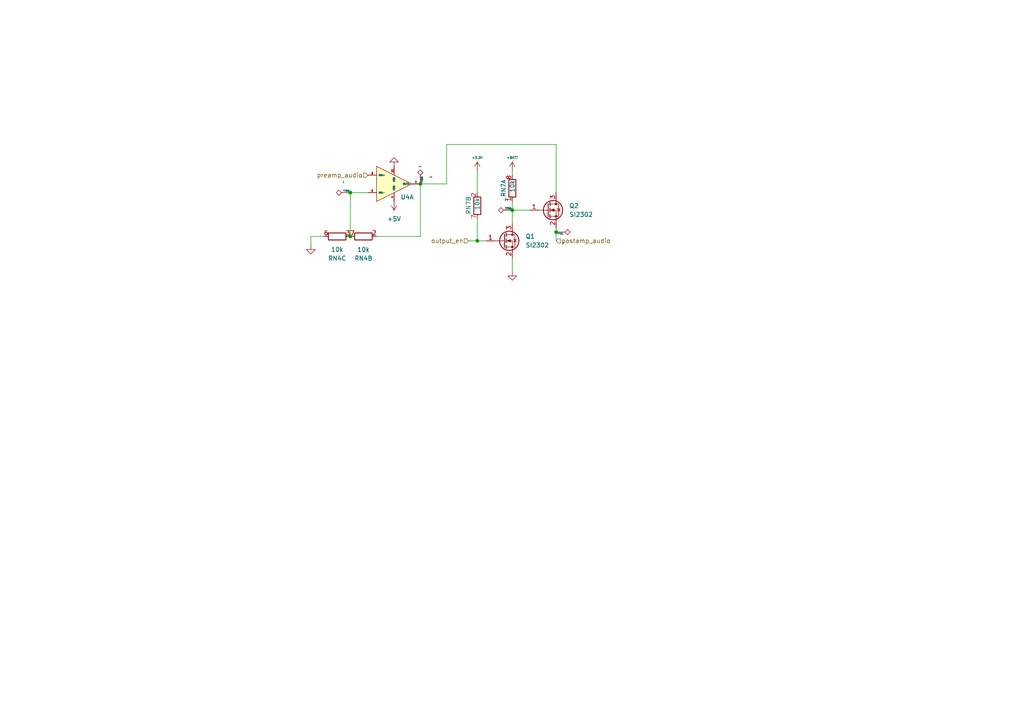
<source format=kicad_sch>
(kicad_sch (version 20230121) (generator eeschema)
  (paper "A4")
  (lib_symbols
    (symbol "Connector:TestPoint_Alt" (pin_numbers hide) (pin_names (offset 0.762) hide)
      (property "Reference" "TP" (at 0 6.858 0))
      (property "Value" "TestPoint_Alt" (at 0 5.08 0))
      (symbol "TestPoint_Alt_0_1"
        (polyline (pts (xy 0 2.54) (xy -0.762 3.302) (xy 0 4.064) (xy 0.762 3.302) (xy 0 2.54)))
      )
      (symbol "TestPoint_Alt_1_1"
        (pin passive line (at 0 0 90) (length 2.54) (name "1") (number "1"))
      )
    )
    (symbol "Device:Q_NMOS_GSD" (pin_names (offset 0) hide)
      (property "Reference" "Q" (at 5.08 1.27 0))
      (property "Value" "Q_NMOS_GSD" (at 5.08 -1.27 0))
      (symbol "Q_NMOS_GSD_0_1"
        (polyline (pts (xy 0.254 0) (xy -2.54 0)))
        (polyline (pts (xy 0.254 1.905) (xy 0.254 -1.905)) (stroke (width 0.254)))
        (polyline (pts (xy 0.762 -1.27) (xy 0.762 -2.286)) (stroke (width 0.254)))
        (polyline (pts (xy 0.762 0.508) (xy 0.762 -0.508)) (stroke (width 0.254)))
        (polyline (pts (xy 0.762 2.286) (xy 0.762 1.27)) (stroke (width 0.254)))
        (polyline (pts (xy 2.54 2.54) (xy 2.54 1.778)))
        (polyline (pts (xy 2.54 -2.54) (xy 2.54 0) (xy 0.762 0)))
        (polyline (pts (xy 0.762 -1.778) (xy 3.302 -1.778) (xy 3.302 1.778) (xy 0.762 1.778)))
        (polyline (pts (xy 1.016 0) (xy 2.032 0.381) (xy 2.032 -0.381) (xy 1.016 0)) (fill (type outline)))
        (polyline (pts (xy 2.794 0.508) (xy 2.921 0.381) (xy 3.683 0.381) (xy 3.81 0.254)))
        (polyline (pts (xy 3.302 0.381) (xy 2.921 -0.254) (xy 3.683 -0.254) (xy 3.302 0.381)))
        (circle (center 1.651 0) (radius 2.794) (stroke (width 0.254)))
        (circle (center 2.54 -1.778) (radius 0.254) (fill (type outline)))
        (circle (center 2.54 1.778) (radius 0.254) (fill (type outline)))
      )
      (symbol "Q_NMOS_GSD_1_1"
        (pin input line (at -5.08 0 0) (length 2.54) (name "G") (number "1"))
        (pin passive line (at 2.54 -5.08 90) (length 2.54) (name "S") (number "2"))
        (pin passive line (at 2.54 5.08 270) (length 2.54) (name "D") (number "3"))
      )
    )
    (symbol "Device:R_Pack04_Split" (pin_names (offset 0) hide)
      (property "Reference" "RN" (at 2.032 0 90))
      (property "Value" "R_Pack04_Split" (at 0 0 90))
      (symbol "R_Pack04_Split_0_1"
        (rectangle (start 1.016 2.54) (end -1.016 -2.54) (stroke (width 0.254)))
      )
      (symbol "R_Pack04_Split_1_1"
        (pin passive line (at 0 -3.81 90) (length 1.27) (name "R1.1") (number "1"))
        (pin passive line (at 0 3.81 270) (length 1.27) (name "R1.2") (number "8"))
      )
      (symbol "R_Pack04_Split_2_1"
        (pin passive line (at 0 -3.81 90) (length 1.27) (name "R2.1") (number "2"))
        (pin passive line (at 0 3.81 270) (length 1.27) (name "R2.2") (number "7"))
      )
      (symbol "R_Pack04_Split_3_1"
        (pin passive line (at 0 -3.81 90) (length 1.27) (name "R3.1") (number "3"))
        (pin passive line (at 0 3.81 270) (length 1.27) (name "R3.2") (number "6"))
      )
      (symbol "R_Pack04_Split_4_1"
        (pin passive line (at 0 -3.81 90) (length 1.27) (name "R4.1") (number "4"))
        (pin passive line (at 0 3.81 270) (length 1.27) (name "R4.2") (number "5"))
      )
    )
    (symbol "RTOS_POD:MCP6489-E/SL"
      (property "Reference" "U" (at 8.89 -2.54 0))
      (symbol "MCP6489-E/SL_0_1"
        (polyline (pts (xy 0 5.08) (xy 10.16 0) (xy 0 -5.08) (xy 0 5.08)) (fill (type background)))
        (pin power_in line (at 5.08 -5.08 90) (length 2.54) (name "VSS") (number "11"))
        (pin power_in line (at 5.08 5.08 270) (length 2.54) (name "VDD") (number "4"))
      )
      (symbol "MCP6489-E/SL_1_1"
        (pin output line (at 12.7 0 180) (length 2.54) (name "OUTA") (number "1"))
        (pin input line (at -2.54 2.54 0) (length 2.54) (name "INA-") (number "2"))
        (pin input line (at -2.54 -2.54 0) (length 2.54) (name "INA+") (number "3"))
      )
      (symbol "MCP6489-E/SL_2_1"
        (pin input line (at -2.54 -2.54 0) (length 2.54) (name "INB+") (number "5"))
        (pin input line (at -2.54 2.54 0) (length 2.54) (name "INB-") (number "6"))
        (pin output line (at 12.7 0 180) (length 2.54) (name "OUTB") (number "7"))
      )
      (symbol "MCP6489-E/SL_3_1"
        (pin input line (at -2.54 -2.54 0) (length 2.54) (name "INC+") (number "10"))
        (pin output line (at 12.7 0 180) (length 2.54) (name "OUTA") (number "8"))
        (pin input line (at -2.54 2.54 0) (length 2.54) (name "INC-") (number "9"))
      )
      (symbol "MCP6489-E/SL_4_1"
        (pin input line (at -2.54 -2.54 0) (length 2.54) (name "IND+") (number "12"))
        (pin input line (at -2.54 2.54 0) (length 2.54) (name "IND-") (number "13"))
        (pin output line (at 12.7 0 180) (length 2.54) (name "OUTD") (number "14"))
      )
    )
    (symbol "power:+3.3V" (power) (pin_names (offset 0))
      (property "Value" "+3.3V" (at 0 3.556 0))
      (symbol "+3.3V_0_1"
        (polyline (pts (xy -0.762 1.27) (xy 0 2.54)))
        (polyline (pts (xy 0 0) (xy 0 2.54)))
        (polyline (pts (xy 0 2.54) (xy 0.762 1.27)))
      )
      (symbol "+3.3V_1_1"
        (pin power_in line (at 0 0 90) (length 0) hide (name "+3.3V") (number "1"))
      )
    )
    (symbol "power:+5V" (power) (pin_names (offset 0))
      (property "Value" "+5V" (at 0 3.556 0))
      (symbol "+5V_0_1"
        (polyline (pts (xy -0.762 1.27) (xy 0 2.54)))
        (polyline (pts (xy 0 0) (xy 0 2.54)))
        (polyline (pts (xy 0 2.54) (xy 0.762 1.27)))
      )
      (symbol "+5V_1_1"
        (pin power_in line (at 0 0 90) (length 0) hide (name "+5V") (number "1"))
      )
    )
    (symbol "power:+BATT" (power) (pin_names (offset 0))
      (property "Value" "+BATT" (at 0 3.556 0))
      (symbol "+BATT_0_1"
        (polyline (pts (xy -0.762 1.27) (xy 0 2.54)))
        (polyline (pts (xy 0 0) (xy 0 2.54)))
        (polyline (pts (xy 0 2.54) (xy 0.762 1.27)))
      )
      (symbol "+BATT_1_1"
        (pin power_in line (at 0 0 90) (length 0) hide (name "+BATT") (number "1"))
      )
    )
    (symbol "power:GND" (power) (pin_names (offset 0))
      (property "Value" "GND" (at 0 -3.81 0))
      (symbol "GND_0_1"
        (polyline (pts (xy 0 0) (xy 0 -1.27) (xy 1.27 -1.27) (xy 0 -2.54) (xy -1.27 -1.27) (xy 0 -1.27)))
      )
      (symbol "GND_1_1"
        (pin power_in line (at 0 0 270) (length 0) hide (name "GND") (number "1"))
      )
    )
  )
  (junction (at 138.43 69.85))
  (junction (at 121.92 53.34))
  (junction (at 101.6 68.58))
  (junction (at 161.29 67.31))
  (junction (at 101.6 55.88))
  (junction (at 148.59 60.96))
  (wire (pts (xy 138.43 49.53) (xy 138.43 55.88)))
  (wire (pts (xy 148.59 50.8) (xy 148.59 49.53)))
  (wire (pts (xy 129.54 41.91) (xy 161.29 41.91)))
  (wire (pts (xy 101.6 55.88) (xy 101.6 68.58)))
  (wire (pts (xy 121.92 53.34) (xy 129.54 53.34)))
  (wire (pts (xy 135.89 69.85) (xy 138.43 69.85)))
  (wire (pts (xy 148.59 60.96) (xy 153.67 60.96)))
  (wire (pts (xy 161.29 66.04) (xy 161.29 67.31)))
  (wire (pts (xy 148.59 58.42) (xy 148.59 60.96)))
  (wire (pts (xy 106.68 55.88) (xy 101.6 55.88)))
  (wire (pts (xy 138.43 69.85) (xy 140.97 69.85)))
  (wire (pts (xy 161.29 41.91) (xy 161.29 55.88)))
  (wire (pts (xy 109.22 68.58) (xy 121.92 68.58)))
  (wire (pts (xy 121.92 68.58) (xy 121.92 53.34)))
  (wire (pts (xy 148.59 60.96) (xy 148.59 64.77)))
  (wire (pts (xy 138.43 63.5) (xy 138.43 69.85)))
  (wire (pts (xy 148.59 74.93) (xy 148.59 78.74)))
  (wire (pts (xy 161.29 67.31) (xy 161.29 69.85)))
  (wire (pts (xy 90.17 68.58) (xy 93.98 68.58)))
  (wire (pts (xy 90.17 68.58) (xy 90.17 71.12)))
  (wire (pts (xy 129.54 41.91) (xy 129.54 53.34)))
  (hierarchical_label "output_en" (shape input) (at 135.89 69.85 180))
  (hierarchical_label "postamp_audio" (shape input) (at 161.29 69.85 0))
  (hierarchical_label "preamp_audio" (shape input) (at 106.68 50.8 180))
  (symbol (lib_id "power:+BATT") (at 148.59 49.53 0) (unit 1)
    (property "Reference" "#PWR049" (effects hide))
    (property "Value" "+BATT" (at 148.59 45.72 0) (effects (font (size 0.7 0.7))))
    (instances (project "player_system" (path "" (reference "#PWR049") (unit 1)) (path "" (reference "#PWR061") (unit 1)) (path "" (reference "#PWR055") (unit 1)) (path "" (reference "#PWR067") (unit 1))))
  )
  (symbol (lib_id "Device:R_Pack04_Split") (at 97.79 68.58 90) (mirror x) (unit 3)
    (property "Reference" "RN4" (at 97.79 74.93 90))
    (property "Value" "10k" (at 97.79 72.39 90))
    (property "Footprint" "Resistor_SMD:R_Array_Concave_4x0603" (effects hide))
    (property "Datasheet" "https://www.mouser.com/ProductDetail/SEI-Stackpole/RAVF164DJT10K0?qs=FESYatJ8odLQ8lqAC%2BW9ig%3D%3D" (effects hide))
    (instances (project "player_system" (path "" (reference "RN4") (unit 3)) (path "" (reference "RN3") (unit 3)) (path "" (reference "RN9") (unit 3)) (path "" (reference "RN8") (unit 3))))
  )
  (symbol (lib_id "power:+5V") (at 114.3 58.42 180) (unit 1)
    (property "Reference" "#PWR065" (effects hide))
    (property "Value" "+5V" (at 114.3 63.5 0))
    (instances (project "player_system" (path "" (reference "#PWR065") (unit 1)) (path "" (reference "#PWR047") (unit 1)) (path "" (reference "#PWR053") (unit 1)) (path "" (reference "#PWR059") (unit 1))))
  )
  (symbol (lib_id "Connector:TestPoint_Alt") (at 161.29 67.31 270) (unit 1)
    (property "Reference" "TP91" (at 161.544 67.818 90) (effects (font (size 0.5 0.5)) (justify left)))
    (property "Value" "~" (at 163.322 69.85 0) (effects (justify left)))
    (property "Footprint" "rtospod_footprints:tht_testpt" (effects hide))
    (instances (project "player_system" (path "" (reference "TP91") (unit 1)) (path "" (reference "TP95") (unit 1)) (path "" (reference "TP99") (unit 1)) (path "" (reference "TP103") (unit 1))))
  )
  (symbol (lib_id "Device:Q_NMOS_GSD") (at 158.75 60.96 0) (unit 1)
    (property "Reference" "Q2" (at 165.1 59.69 0) (effects (justify left)))
    (property "Value" "SI2302" (at 165.1 62.23 0) (effects (justify left)))
    (property "Footprint" "Package_TO_SOT_SMD:SOT-23" (effects hide))
    (instances (project "player_system" (path "" (reference "Q2") (unit 1)) (path "" (reference "Q4") (unit 1)) (path "" (reference "Q8") (unit 1)) (path "" (reference "Q6") (unit 1))))
  )
  (symbol (lib_id "power:GND") (at 148.59 78.74 0) (unit 1)
    (property "Reference" "#PWR050" (effects hide))
    (property "Value" "GND" (effects hide))
    (instances (project "player_system" (path "" (reference "#PWR050") (unit 1)) (path "" (reference "#PWR062") (unit 1)) (path "" (reference "#PWR056") (unit 1)) (path "" (reference "#PWR068") (unit 1))))
  )
  (symbol (lib_id "power:+3.3V") (at 138.43 49.53 0) (unit 1)
    (property "Reference" "#PWR048" (effects hide))
    (property "Value" "+3.3V" (at 138.43 45.72 0) (effects (font (size 0.7 0.7))))
    (instances (project "player_system" (path "" (reference "#PWR048") (unit 1)) (path "" (reference "#PWR054") (unit 1)) (path "" (reference "#PWR060") (unit 1)) (path "" (reference "#PWR066") (unit 1))))
  )
  (symbol (lib_id "Device:R_Pack04_Split") (at 148.59 54.61 0) (unit 1)
    (property "Reference" "RN7" (at 146.05 57.15 90) (effects (justify left)))
    (property "Value" "10k" (at 148.59 55.88 90) (effects (justify left)))
    (property "Footprint" "Resistor_SMD:R_Array_Concave_4x0603" (effects hide))
    (property "Datasheet" "https://www.mouser.com/ProductDetail/SEI-Stackpole/RAVF164DJT10K0?qs=FESYatJ8odLQ8lqAC%2BW9ig%3D%3D" (effects hide))
    (instances (project "player_system" (path "" (reference "RN7") (unit 1)) (path "" (reference "RN7") (unit 4)) (path "" (reference "RN9") (unit 4)) (path "" (reference "RN5") (unit 1))))
  )
  (symbol (lib_id "power:GND") (at 90.17 71.12 0) (mirror y) (unit 1)
    (property "Reference" "#PWR045" (effects hide))
    (property "Value" "GND" (effects hide))
    (instances (project "player_system" (path "" (reference "#PWR045") (unit 1)) (path "" (reference "#PWR057") (unit 1)) (path "" (reference "#PWR051") (unit 1)) (path "" (reference "#PWR063") (unit 1))))
  )
  (symbol (lib_id "Connector:TestPoint_Alt") (at 101.6 55.88 90) (unit 1)
    (property "Reference" "TP88" (at 101.346 55.372 90) (effects (font (size 0.5 0.5)) (justify left)))
    (property "Value" "~" (at 99.568 53.34 0) (effects (justify left)))
    (property "Footprint" "rtospod_footprints:tht_testpt" (effects hide))
    (instances (project "player_system" (path "" (reference "TP88") (unit 1)) (path "" (reference "TP92") (unit 1)) (path "" (reference "TP100") (unit 1)) (path "" (reference "TP96") (unit 1))))
  )
  (symbol (lib_id "Device:R_Pack04_Split") (at 105.41 68.58 90) (mirror x) (unit 2)
    (property "Reference" "RN4" (at 105.41 74.93 90))
    (property "Value" "10k" (at 105.41 72.39 90))
    (property "Footprint" "Resistor_SMD:R_Array_Concave_4x0603" (effects hide))
    (property "Datasheet" "https://www.mouser.com/ProductDetail/SEI-Stackpole/RAVF164DJT10K0?qs=FESYatJ8odLQ8lqAC%2BW9ig%3D%3D" (effects hide))
    (instances (project "player_system" (path "" (reference "RN4") (unit 2)) (path "" (reference "RN3") (unit 2)) (path "" (reference "RN9") (unit 2)) (path "" (reference "RN8") (unit 2))))
  )
  (symbol (lib_id "Device:Q_NMOS_GSD") (at 146.05 69.85 0) (unit 1)
    (property "Reference" "Q1" (at 152.4 68.58 0) (effects (justify left)))
    (property "Value" "SI2302" (at 152.4 71.12 0) (effects (justify left)))
    (property "Footprint" "Package_TO_SOT_SMD:SOT-23" (effects hide))
    (instances (project "player_system" (path "" (reference "Q1") (unit 1)) (path "" (reference "Q3") (unit 1)) (path "" (reference "Q7") (unit 1)) (path "" (reference "Q5") (unit 1))))
  )
  (symbol (lib_id "RTOS_POD:MCP6489-E/SL") (at 109.22 53.34 0) (mirror x) (unit 1)
    (property "Reference" "U4" (at 118.11 57.15 0))
    (property "Value" "~" (at 121.92 48.26 0))
    (property "Footprint" "Package_SO:SOIC-14_3.9x8.7mm_P1.27mm" (effects hide))
    (property "Datasheet" "https://ww1.microchip.com/downloads/aemDocuments/documents/MSLD/ProductDocuments/DataSheets/MCP6486-Family-Data-Sheet-DS20006679.pdf" (effects hide))
    (instances (project "player_system" (path "" (reference "U4") (unit 1)) (path "" (reference "U4") (unit 2)) (path "" (reference "U4") (unit 3)) (path "" (reference "U4") (unit 4))))
  )
  (symbol (lib_id "power:GND") (at 114.3 48.26 0) (mirror x) (unit 1)
    (property "Reference" "#PWR046" (effects hide))
    (property "Value" "GND" (effects hide))
    (instances (project "player_system" (path "" (reference "#PWR046") (unit 1)) (path "" (reference "#PWR058") (unit 1)) (path "" (reference "#PWR052") (unit 1)) (path "" (reference "#PWR064") (unit 1))))
  )
  (symbol (lib_id "Connector:TestPoint_Alt") (at 148.59 60.96 90) (unit 1)
    (property "Reference" "TP90" (at 148.336 60.452 90) (effects (font (size 0.5 0.5)) (justify left)))
    (property "Value" "~" (at 146.558 58.42 0) (effects (justify left)))
    (property "Footprint" "rtospod_footprints:tht_testpt" (effects hide))
    (instances (project "player_system" (path "" (reference "TP90") (unit 1)) (path "" (reference "TP94") (unit 1)) (path "" (reference "TP102") (unit 1)) (path "" (reference "TP98") (unit 1))))
  )
  (symbol (lib_id "Device:R_Pack04_Split") (at 138.43 59.69 0) (mirror x) (unit 2)
    (property "Reference" "RN7" (at 135.89 62.23 90) (effects (justify right)))
    (property "Value" "10k" (at 138.43 60.96 90) (effects (justify right)))
    (property "Footprint" "Resistor_SMD:R_Array_Concave_4x0603" (effects hide))
    (property "Datasheet" "https://www.mouser.com/ProductDetail/SEI-Stackpole/RAVF164DJT10K0?qs=FESYatJ8odLQ8lqAC%2BW9ig%3D%3D" (effects hide))
    (instances (project "player_system" (path "" (reference "RN7") (unit 2)) (path "" (reference "RN7") (unit 3)) (path "" (reference "RN5") (unit 2)) (path "" (reference "RN8") (unit 4))))
  )
  (symbol (lib_id "Connector:TestPoint_Alt") (at 121.92 53.34 0) (unit 1)
    (property "Reference" "TP89" (at 122.428 53.086 90) (effects (font (size 0.5 0.5)) (justify left)))
    (property "Value" "~" (at 124.46 51.308 0) (effects (justify left)))
    (property "Footprint" "rtospod_footprints:tht_testpt" (effects hide))
    (instances (project "player_system" (path "" (reference "TP89") (unit 1)) (path "" (reference "TP93") (unit 1)) (path "" (reference "TP101") (unit 1)) (path "" (reference "TP97") (unit 1))))
  )
)
</source>
